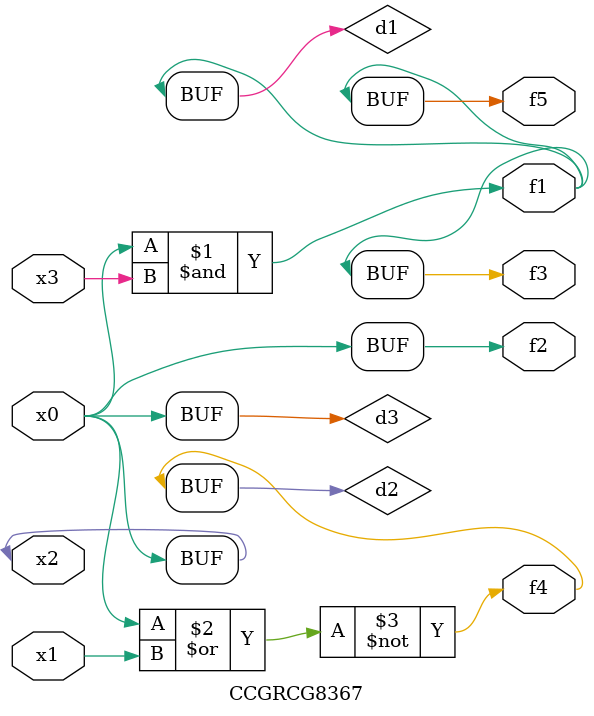
<source format=v>
module CCGRCG8367(
	input x0, x1, x2, x3,
	output f1, f2, f3, f4, f5
);

	wire d1, d2, d3;

	and (d1, x2, x3);
	nor (d2, x0, x1);
	buf (d3, x0, x2);
	assign f1 = d1;
	assign f2 = d3;
	assign f3 = d1;
	assign f4 = d2;
	assign f5 = d1;
endmodule

</source>
